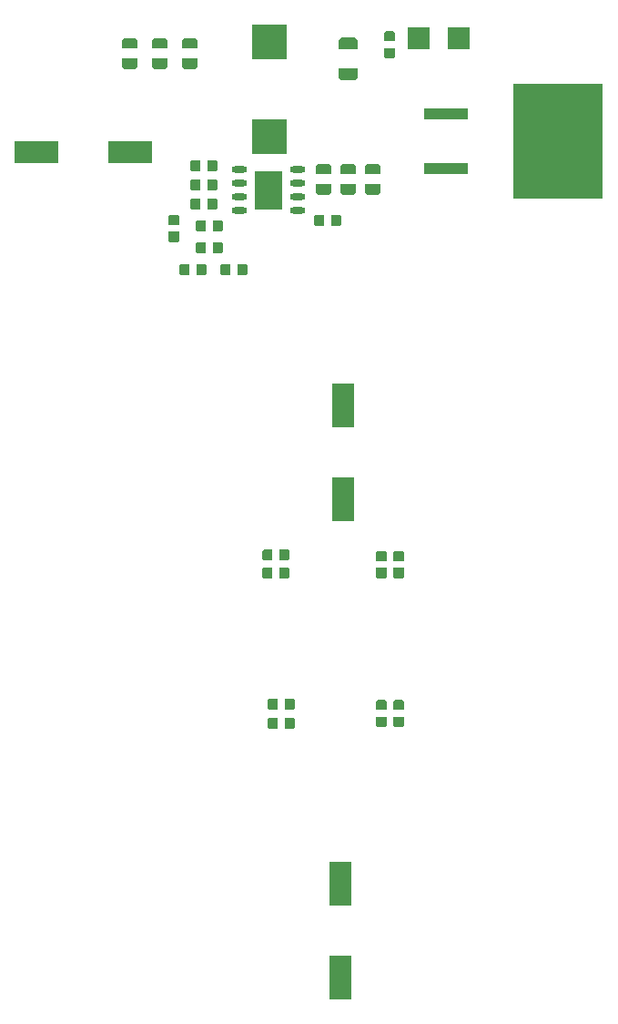
<source format=gbr>
%TF.GenerationSoftware,Altium Limited,Altium Designer,23.0.1 (38)*%
G04 Layer_Color=8421504*
%FSLAX45Y45*%
%MOMM*%
%TF.SameCoordinates,0946520A-43BC-435E-BA57-7B8340C501A0*%
%TF.FilePolarity,Positive*%
%TF.FileFunction,Paste,Top*%
%TF.Part,Single*%
G01*
G75*
%TA.AperFunction,SMDPad,CuDef*%
%ADD13R,2.00000X4.10000*%
%ADD14R,3.20000X3.25000*%
%ADD15R,4.10000X2.00000*%
%ADD22R,2.07000X2.06000*%
%ADD29R,2.61000X3.60000*%
%ADD30O,1.45000X0.60000*%
%ADD31R,8.40000X10.75000*%
%ADD32R,4.15000X1.05000*%
G36*
X3656800Y12714760D02*
Y12634700D01*
X3556800D01*
Y12714760D01*
X3571740Y12729700D01*
X3641860D01*
X3656800Y12714760D01*
D02*
G37*
G36*
X1825100Y12647820D02*
Y12567200D01*
X1680100D01*
Y12647820D01*
X1699480Y12667200D01*
X1805720D01*
X1825100Y12647820D01*
D02*
G37*
G36*
X1545700D02*
Y12567200D01*
X1400700D01*
Y12647820D01*
X1420080Y12667200D01*
X1526320D01*
X1545700Y12647820D01*
D02*
G37*
G36*
X1266300D02*
Y12567200D01*
X1121300D01*
Y12647820D01*
X1140680Y12667200D01*
X1246920D01*
X1266300Y12647820D01*
D02*
G37*
G36*
X3290001Y12674700D02*
X3315800Y12648901D01*
Y12559701D01*
X3135800D01*
Y12648900D01*
X3161600Y12674701D01*
X3290001Y12674700D01*
D02*
G37*
G36*
X3656800Y12489640D02*
X3641860Y12474700D01*
X3571740D01*
X3556800Y12489640D01*
Y12569700D01*
X3656800D01*
X3656800Y12489640D01*
D02*
G37*
G36*
X1825100Y12396580D02*
X1805720Y12377200D01*
X1699480D01*
X1680100Y12396580D01*
Y12477200D01*
X1825100D01*
Y12396580D01*
D02*
G37*
G36*
X1545700D02*
X1526320Y12377200D01*
X1420080D01*
X1400700Y12396580D01*
Y12477200D01*
X1545700D01*
Y12396580D01*
D02*
G37*
G36*
X1266300D02*
X1246920Y12377200D01*
X1140680D01*
X1121300Y12396580D01*
Y12477200D01*
X1266300D01*
Y12396580D01*
D02*
G37*
G36*
X3315800Y12295501D02*
X3290000Y12269700D01*
X3161600Y12269701D01*
X3135800Y12295501D01*
Y12384701D01*
X3315800D01*
X3315800Y12295501D01*
D02*
G37*
G36*
X2007100Y11515860D02*
Y11445740D01*
X1992160Y11430800D01*
X1912100D01*
Y11530800D01*
X1992160Y11530800D01*
X2007100Y11515860D01*
D02*
G37*
G36*
X1847100Y11430800D02*
X1767040D01*
X1752100Y11445740D01*
Y11515860D01*
X1767040Y11530800D01*
X1847100D01*
Y11430800D01*
D02*
G37*
G36*
X3526900Y11479420D02*
Y11398800D01*
X3381900D01*
Y11479420D01*
X3401280Y11498800D01*
X3507520D01*
X3526900Y11479420D01*
D02*
G37*
G36*
X3298300D02*
Y11398800D01*
X3153300D01*
Y11479420D01*
X3172680Y11498800D01*
X3278920D01*
X3298300Y11479420D01*
D02*
G37*
G36*
X3069700D02*
Y11398800D01*
X2924700D01*
Y11479420D01*
X2944080Y11498800D01*
X3050320D01*
X3069700Y11479420D01*
D02*
G37*
G36*
X2007100Y11338060D02*
Y11267940D01*
X1992160Y11253000D01*
X1912100D01*
Y11353000D01*
X1992160D01*
X2007100Y11338060D01*
D02*
G37*
G36*
X1847100Y11253000D02*
X1767040Y11253000D01*
X1752100Y11267940D01*
Y11338060D01*
X1767040Y11353000D01*
X1847100D01*
Y11253000D01*
D02*
G37*
G36*
X3526900Y11228180D02*
X3507520Y11208800D01*
X3401280D01*
X3381900Y11228180D01*
Y11308800D01*
X3526900D01*
Y11228180D01*
D02*
G37*
G36*
X3298300D02*
X3278920Y11208800D01*
X3172680D01*
X3153300Y11228180D01*
Y11308800D01*
X3298300D01*
Y11228180D01*
D02*
G37*
G36*
X3069700D02*
X3050320Y11208800D01*
X2944080D01*
X2924700Y11228180D01*
Y11308800D01*
X3069700D01*
Y11228180D01*
D02*
G37*
G36*
X2007100Y11160260D02*
Y11090140D01*
X1992160Y11075200D01*
X1912100D01*
Y11175200D01*
X1992160D01*
X2007100Y11160260D01*
D02*
G37*
G36*
X1847100Y11075200D02*
X1767040Y11075200D01*
X1752100Y11090140D01*
Y11160260D01*
X1767040Y11175200D01*
X1847100D01*
Y11075200D01*
D02*
G37*
G36*
X1650200Y11009160D02*
Y10929100D01*
X1550200D01*
Y11009160D01*
X1565140Y11024100D01*
X1635260D01*
X1650200Y11009160D01*
D02*
G37*
G36*
X3162800Y11007860D02*
Y10937740D01*
X3147860Y10922800D01*
X3067800D01*
Y11022800D01*
X3147860Y11022800D01*
X3162800Y11007860D01*
D02*
G37*
G36*
X3002800Y10922800D02*
X2922740D01*
X2907800Y10937740D01*
Y11007860D01*
X2922740Y11022800D01*
X3002800D01*
Y10922800D01*
D02*
G37*
G36*
X2057900Y10957060D02*
Y10886940D01*
X2042960Y10872000D01*
X1962900D01*
Y10972000D01*
X2042960D01*
X2057900Y10957060D01*
D02*
G37*
G36*
X1897900Y10872000D02*
X1817840Y10872000D01*
X1802900Y10886940D01*
Y10957060D01*
X1817840Y10972000D01*
X1897900D01*
Y10872000D01*
D02*
G37*
G36*
X1650200Y10784040D02*
X1635260Y10769100D01*
X1565140D01*
X1550200Y10784040D01*
Y10864100D01*
X1650200D01*
X1650200Y10784040D01*
D02*
G37*
G36*
X2057900Y10753860D02*
Y10683740D01*
X2042960Y10668800D01*
X1962900D01*
Y10768800D01*
X2042960D01*
X2057900Y10753860D01*
D02*
G37*
G36*
X1897900Y10668800D02*
X1817840Y10668800D01*
X1802900Y10683740D01*
Y10753860D01*
X1817840Y10768800D01*
X1897900D01*
Y10668800D01*
D02*
G37*
G36*
X2286500Y10550660D02*
Y10480540D01*
X2271560Y10465600D01*
X2191500D01*
Y10565600D01*
X2271560D01*
X2286500Y10550660D01*
D02*
G37*
G36*
X1905500D02*
Y10480540D01*
X1890560Y10465600D01*
X1810500D01*
Y10565600D01*
X1890560D01*
X1905500Y10550660D01*
D02*
G37*
G36*
X2126500Y10465600D02*
X2046440Y10465600D01*
X2031500Y10480540D01*
Y10550660D01*
X2046440Y10565600D01*
X2126500D01*
Y10465600D01*
D02*
G37*
G36*
X1745500D02*
X1665440Y10465600D01*
X1650500Y10480540D01*
Y10550660D01*
X1665440Y10565600D01*
X1745500D01*
Y10465600D01*
D02*
G37*
G36*
X2680200Y7896360D02*
Y7826240D01*
X2665260Y7811300D01*
X2585200D01*
Y7911300D01*
X2665260Y7911300D01*
X2680200Y7896360D01*
D02*
G37*
G36*
X2520200Y7811300D02*
X2440140D01*
X2425200Y7826240D01*
Y7896360D01*
X2440140Y7911300D01*
X2520200D01*
Y7811300D01*
D02*
G37*
G36*
X3745700Y7884960D02*
Y7804900D01*
X3645700D01*
X3645700Y7884960D01*
X3660640Y7899900D01*
X3730760D01*
X3745700Y7884960D01*
D02*
G37*
G36*
X3580600D02*
Y7804900D01*
X3480600D01*
X3480600Y7884960D01*
X3495540Y7899900D01*
X3565660D01*
X3580600Y7884960D01*
D02*
G37*
G36*
X2680200Y7731260D02*
Y7661140D01*
X2665260Y7646200D01*
X2585200D01*
Y7746200D01*
X2665260Y7746200D01*
X2680200Y7731260D01*
D02*
G37*
G36*
X2520200Y7646200D02*
X2440140D01*
X2425200Y7661140D01*
Y7731260D01*
X2440140Y7746200D01*
X2520200D01*
Y7646200D01*
D02*
G37*
G36*
X3745700Y7659840D02*
X3730760Y7644900D01*
X3660640D01*
X3645700Y7659840D01*
Y7739900D01*
X3745700D01*
Y7659840D01*
D02*
G37*
G36*
X3580600Y7659840D02*
X3565660Y7644900D01*
X3495540D01*
X3480600Y7659840D01*
Y7739900D01*
X3580600D01*
Y7659840D01*
D02*
G37*
G36*
X2731000Y6512060D02*
Y6441940D01*
X2716060Y6427000D01*
X2636000D01*
Y6527000D01*
X2716060Y6527000D01*
X2731000Y6512060D01*
D02*
G37*
G36*
X2571000Y6427000D02*
X2490940D01*
X2476000Y6441940D01*
Y6512060D01*
X2490940Y6527000D01*
X2571000D01*
Y6427000D01*
D02*
G37*
G36*
X3745700Y6500660D02*
Y6420600D01*
X3645700D01*
X3645700Y6500660D01*
X3660640Y6515600D01*
X3730760D01*
X3745700Y6500660D01*
D02*
G37*
G36*
X3580600D02*
Y6420600D01*
X3480600D01*
X3480600Y6500660D01*
X3495540Y6515600D01*
X3565660D01*
X3580600Y6500660D01*
D02*
G37*
G36*
X3745700Y6275540D02*
X3730760Y6260600D01*
X3660640D01*
X3645700Y6275540D01*
Y6355600D01*
X3745700D01*
Y6275540D01*
D02*
G37*
G36*
X3580600Y6275540D02*
X3565660Y6260600D01*
X3495540D01*
X3480600Y6275540D01*
Y6355600D01*
X3580600D01*
Y6275540D01*
D02*
G37*
G36*
X2731000Y6334260D02*
Y6264140D01*
X2716060Y6249200D01*
X2636000D01*
Y6349200D01*
X2716060Y6349200D01*
X2731000Y6334260D01*
D02*
G37*
G36*
X2571000Y6249200D02*
X2490940D01*
X2476000Y6264140D01*
Y6334260D01*
X2490940Y6349200D01*
X2571000D01*
Y6249200D01*
D02*
G37*
D13*
X3149600Y3933800D02*
D03*
Y4803800D02*
D03*
X3175000Y9248800D02*
D03*
Y8378800D02*
D03*
D14*
X2489200Y12632500D02*
D03*
X2489200Y11747500D02*
D03*
D15*
X327000Y11607800D02*
D03*
X1197000D02*
D03*
D22*
X3877500Y12661900D02*
D03*
X4250500D02*
D03*
D29*
X2483400Y11252200D02*
D03*
D30*
X2210900Y11442700D02*
D03*
Y11315700D02*
D03*
Y11188700D02*
D03*
Y11061700D02*
D03*
X2755900Y11442700D02*
D03*
Y11315700D02*
D03*
Y11188700D02*
D03*
X2755900Y11061700D02*
D03*
D31*
X5177500Y11709400D02*
D03*
D32*
X4137500Y11455400D02*
D03*
Y11963400D02*
D03*
%TF.MD5,446bb9a669a72d773dc600ab3994a1f1*%
M02*

</source>
